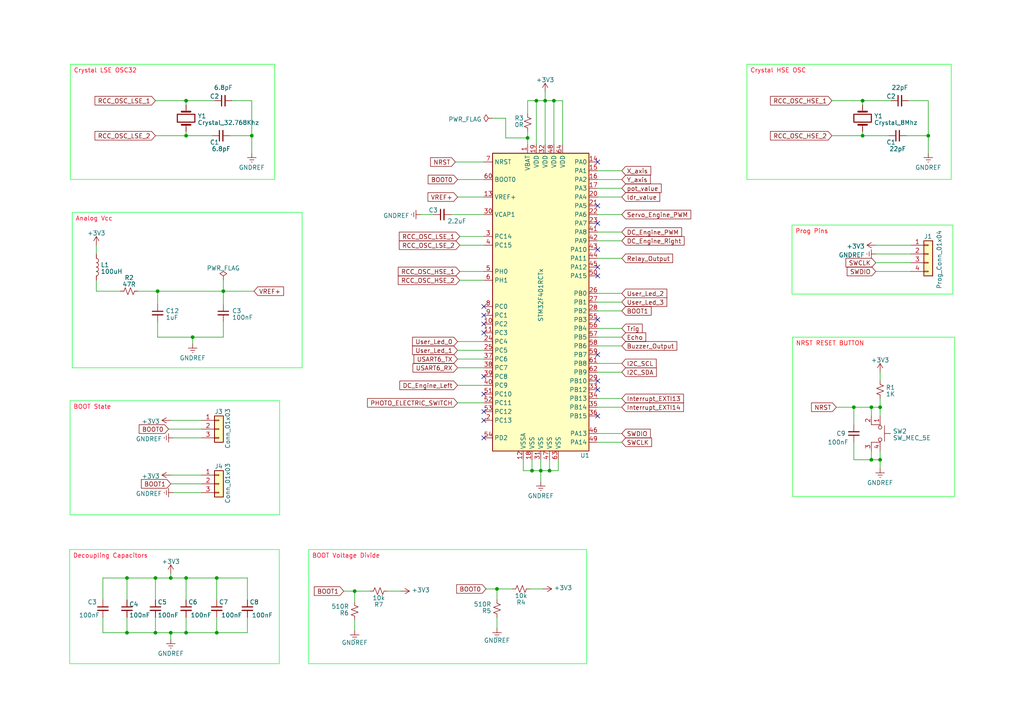
<source format=kicad_sch>
(kicad_sch (version 20230121) (generator eeschema)
  (paper "A4")
  (lib_symbols
    (symbol "Connector_Generic:Conn_01x03" (pin_names (offset 1.016) hide)
      (property "Reference" "J" (at 0 5.08 0))
      (property "Value" "Conn_01x03" (at 0 -5.08 0))
      (symbol "Conn_01x03_1_1"
        (rectangle (start -1.27 -2.413) (end 0 -2.667) (stroke (width 0.1524)))
        (rectangle (start -1.27 0.127) (end 0 -0.127) (stroke (width 0.1524)))
        (rectangle (start -1.27 2.667) (end 0 2.413) (stroke (width 0.1524)))
        (rectangle (start -1.27 3.81) (end 1.27 -3.81) (stroke (width 0.254)) (fill (type background)))
        (pin passive line (at -5.08 2.54 0) (length 3.81) (name "Pin_1") (number "1"))
        (pin passive line (at -5.08 0 0) (length 3.81) (name "Pin_2") (number "2"))
        (pin passive line (at -5.08 -2.54 0) (length 3.81) (name "Pin_3") (number "3"))
      )
    )
    (symbol "Connector_Generic:Conn_01x04" (pin_names (offset 1.016) hide)
      (property "Reference" "J" (at 0 5.08 0))
      (property "Value" "Conn_01x04" (at 0 -7.62 0))
      (symbol "Conn_01x04_1_1"
        (rectangle (start -1.27 -4.953) (end 0 -5.207) (stroke (width 0.1524)))
        (rectangle (start -1.27 -2.413) (end 0 -2.667) (stroke (width 0.1524)))
        (rectangle (start -1.27 0.127) (end 0 -0.127) (stroke (width 0.1524)))
        (rectangle (start -1.27 2.667) (end 0 2.413) (stroke (width 0.1524)))
        (rectangle (start -1.27 3.81) (end 1.27 -6.35) (stroke (width 0.254)) (fill (type background)))
        (pin passive line (at -5.08 2.54 0) (length 3.81) (name "Pin_1") (number "1"))
        (pin passive line (at -5.08 0 0) (length 3.81) (name "Pin_2") (number "2"))
        (pin passive line (at -5.08 -2.54 0) (length 3.81) (name "Pin_3") (number "3"))
        (pin passive line (at -5.08 -5.08 0) (length 3.81) (name "Pin_4") (number "4"))
      )
    )
    (symbol "Device:C_Small" (pin_numbers hide) (pin_names (offset 0.254) hide)
      (property "Reference" "C" (at 0.254 1.778 0))
      (property "Value" "C_Small" (at 0.254 -2.032 0))
      (symbol "C_Small_0_1"
        (polyline (pts (xy -1.524 -0.508) (xy 1.524 -0.508)) (stroke (width 0.3302)))
        (polyline (pts (xy -1.524 0.508) (xy 1.524 0.508)) (stroke (width 0.3048)))
      )
      (symbol "C_Small_1_1"
        (pin passive line (at 0 2.54 270) (length 2.032) (name "~") (number "1"))
        (pin passive line (at 0 -2.54 90) (length 2.032) (name "~") (number "2"))
      )
    )
    (symbol "Device:Crystal" (pin_numbers hide) (pin_names (offset 1.016) hide)
      (property "Reference" "Y" (at 0 3.81 0))
      (property "Value" "Crystal" (at 0 -3.81 0))
      (symbol "Crystal_0_1"
        (rectangle (start -1.143 2.54) (end 1.143 -2.54) (stroke (width 0.3048)))
        (polyline (pts (xy -2.54 0) (xy -1.905 0)))
        (polyline (pts (xy -1.905 -1.27) (xy -1.905 1.27)) (stroke (width 0.508)))
        (polyline (pts (xy 1.905 -1.27) (xy 1.905 1.27)) (stroke (width 0.508)))
        (polyline (pts (xy 2.54 0) (xy 1.905 0)))
      )
      (symbol "Crystal_1_1"
        (pin passive line (at -3.81 0 0) (length 1.27) (name "1") (number "1"))
        (pin passive line (at 3.81 0 180) (length 1.27) (name "2") (number "2"))
      )
    )
    (symbol "Device:L" (pin_numbers hide) (pin_names (offset 1.016) hide)
      (property "Reference" "L" (at -1.27 0 90))
      (property "Value" "L" (at 1.905 0 90))
      (symbol "L_0_1"
        (arc (start 0 -2.54) (mid 0.6323 -1.905) (end 0 -1.27))
        (arc (start 0 -1.27) (mid 0.6323 -0.635) (end 0 0))
        (arc (start 0 0) (mid 0.6323 0.635) (end 0 1.27))
        (arc (start 0 1.27) (mid 0.6323 1.905) (end 0 2.54))
      )
      (symbol "L_1_1"
        (pin passive line (at 0 3.81 270) (length 1.27) (name "1") (number "1"))
        (pin passive line (at 0 -3.81 90) (length 1.27) (name "2") (number "2"))
      )
    )
    (symbol "Device:R_Small_US" (pin_numbers hide) (pin_names (offset 0.254) hide)
      (property "Reference" "R" (at 0.762 0.508 0))
      (property "Value" "R_Small_US" (at 0.762 -1.016 0))
      (symbol "R_Small_US_1_1"
        (polyline (pts (xy 0 0) (xy 1.016 -0.381) (xy 0 -0.762) (xy -1.016 -1.143) (xy 0 -1.524)))
        (polyline (pts (xy 0 1.524) (xy 1.016 1.143) (xy 0 0.762) (xy -1.016 0.381) (xy 0 0)))
        (pin passive line (at 0 2.54 270) (length 1.016) (name "~") (number "1"))
        (pin passive line (at 0 -2.54 90) (length 1.016) (name "~") (number "2"))
      )
    )
    (symbol "MCU_ST_STM32F4:STM32F401RCTx"
      (property "Reference" "U1" (at 12.7 -44.45 0))
      (property "Value" "STM32F401RCTx" (at 13.97 -45.72 0))
      (symbol "STM32F401RCTx_0_1"
        (rectangle (start -12.7 -43.18) (end 15.24 43.18) (stroke (width 0.254)) (fill (type background)))
      )
      (symbol "STM32F401RCTx_1_1"
        (pin power_in line (at -2.54 45.72 270) (length 2.54) (name "VBAT") (number "1"))
        (pin bidirectional line (at -15.24 -6.35 0) (length 2.54) (name "PC2") (number "10"))
        (pin bidirectional line (at -15.24 -8.89 0) (length 2.54) (name "PC3") (number "11"))
        (pin power_in line (at -3.81 -45.72 90) (length 2.54) (name "VSSA") (number "12"))
        (pin input line (at -15.24 30.48 0) (length 2.54) (name "VREF+") (number "13"))
        (pin bidirectional line (at 17.78 40.64 180) (length 2.54) (name "PA0") (number "14"))
        (pin bidirectional line (at 17.78 38.1 180) (length 2.54) (name "PA1") (number "15"))
        (pin bidirectional line (at 17.78 35.56 180) (length 2.54) (name "PA2") (number "16"))
        (pin bidirectional line (at 17.78 33.02 180) (length 2.54) (name "PA3") (number "17"))
        (pin power_in line (at -1.27 -45.72 90) (length 2.54) (name "VSS") (number "18"))
        (pin power_in line (at 0 45.72 270) (length 2.54) (name "VDD") (number "19"))
        (pin bidirectional line (at -15.24 -34.29 0) (length 2.54) (name "PC13") (number "2"))
        (pin bidirectional line (at 17.78 30.48 180) (length 2.54) (name "PA4") (number "20"))
        (pin bidirectional line (at 17.78 27.94 180) (length 2.54) (name "PA5") (number "21"))
        (pin bidirectional line (at 17.78 25.4 180) (length 2.54) (name "PA6") (number "22"))
        (pin bidirectional line (at 17.78 22.86 180) (length 2.54) (name "PA7") (number "23"))
        (pin bidirectional line (at -15.24 -11.43 0) (length 2.54) (name "PC4") (number "24"))
        (pin bidirectional line (at -15.24 -13.97 0) (length 2.54) (name "PC5") (number "25"))
        (pin bidirectional line (at 17.78 2.54 180) (length 2.54) (name "PB0") (number "26"))
        (pin bidirectional line (at 17.78 0 180) (length 2.54) (name "PB1") (number "27"))
        (pin bidirectional line (at 17.78 -2.54 180) (length 2.54) (name "PB2") (number "28"))
        (pin bidirectional line (at 17.78 -22.86 180) (length 2.54) (name "PB10") (number "29"))
        (pin bidirectional line (at -15.24 19.05 0) (length 2.54) (name "PC14") (number "3"))
        (pin power_out line (at -15.24 25.4 0) (length 2.54) (name "VCAP1") (number "30"))
        (pin power_in line (at 1.27 -45.72 90) (length 2.54) (name "VSS") (number "31"))
        (pin power_in line (at 2.54 45.72 270) (length 2.54) (name "VDD") (number "32"))
        (pin bidirectional line (at 17.78 -25.4 180) (length 2.54) (name "PB12") (number "33"))
        (pin bidirectional line (at 17.78 -27.94 180) (length 2.54) (name "PB13") (number "34"))
        (pin bidirectional line (at 17.78 -30.48 180) (length 2.54) (name "PB14") (number "35"))
        (pin bidirectional line (at 17.78 -33.02 180) (length 2.54) (name "PB15") (number "36"))
        (pin bidirectional line (at -15.24 -16.51 0) (length 2.54) (name "PC6") (number "37"))
        (pin bidirectional line (at -15.24 -19.05 0) (length 2.54) (name "PC7") (number "38"))
        (pin bidirectional line (at -15.24 -21.59 0) (length 2.54) (name "PC8") (number "39"))
        (pin bidirectional line (at -15.24 16.51 0) (length 2.54) (name "PC15") (number "4"))
        (pin bidirectional line (at -15.24 -24.13 0) (length 2.54) (name "PC9") (number "40"))
        (pin bidirectional line (at 17.78 20.32 180) (length 2.54) (name "PA8") (number "41"))
        (pin bidirectional line (at 17.78 17.78 180) (length 2.54) (name "PA9") (number "42"))
        (pin bidirectional line (at 17.78 15.24 180) (length 2.54) (name "PA10") (number "43"))
        (pin bidirectional line (at 17.78 12.7 180) (length 2.54) (name "PA11") (number "44"))
        (pin bidirectional line (at 17.78 10.16 180) (length 2.54) (name "PA12") (number "45"))
        (pin bidirectional line (at 17.78 -38.1 180) (length 2.54) (name "PA13") (number "46"))
        (pin power_in line (at 3.81 -45.72 90) (length 2.54) (name "VSS") (number "47"))
        (pin power_in line (at 5.08 45.72 270) (length 2.54) (name "VDD") (number "48"))
        (pin bidirectional line (at 17.78 -40.64 180) (length 2.54) (name "PA14") (number "49"))
        (pin bidirectional line (at -15.24 8.89 0) (length 2.54) (name "PH0") (number "5"))
        (pin bidirectional line (at 17.78 7.62 180) (length 2.54) (name "PA15") (number "50"))
        (pin bidirectional line (at -15.24 -26.67 0) (length 2.54) (name "PC10") (number "51"))
        (pin bidirectional line (at -15.24 -29.21 0) (length 2.54) (name "PC11") (number "52"))
        (pin bidirectional line (at -15.24 -31.75 0) (length 2.54) (name "PC12") (number "53"))
        (pin bidirectional line (at -15.24 -39.37 0) (length 2.54) (name "PD2") (number "54"))
        (pin bidirectional line (at 17.78 -5.08 180) (length 2.54) (name "PB3") (number "55"))
        (pin bidirectional line (at 17.78 -7.62 180) (length 2.54) (name "PB4") (number "56"))
        (pin bidirectional line (at 17.78 -10.16 180) (length 2.54) (name "PB5") (number "57"))
        (pin bidirectional line (at 17.78 -12.7 180) (length 2.54) (name "PB6") (number "58"))
        (pin bidirectional line (at 17.78 -15.24 180) (length 2.54) (name "PB7") (number "59"))
        (pin bidirectional line (at -15.24 6.35 0) (length 2.54) (name "PH1") (number "6"))
        (pin input line (at -15.24 35.56 0) (length 2.54) (name "BOOT0") (number "60"))
        (pin bidirectional line (at 17.78 -17.78 180) (length 2.54) (name "PB8") (number "61"))
        (pin bidirectional line (at 17.78 -20.32 180) (length 2.54) (name "PB9") (number "62"))
        (pin power_in line (at 6.35 -45.72 90) (length 2.54) (name "VSS") (number "63"))
        (pin power_in line (at 7.62 45.72 270) (length 2.54) (name "VDD") (number "64"))
        (pin input line (at -15.24 40.64 0) (length 2.54) (name "NRST") (number "7"))
        (pin bidirectional line (at -15.24 -1.27 0) (length 2.54) (name "PC0") (number "8"))
        (pin bidirectional line (at -15.24 -3.81 0) (length 2.54) (name "PC1") (number "9"))
      )
    )
    (symbol "Switch:SW_MEC_5E" (pin_names (offset 1.016) hide)
      (property "Reference" "SW" (at 0.635 5.715 0))
      (property "Value" "SW_MEC_5E" (at 0 -3.175 0))
      (symbol "SW_MEC_5E_0_1"
        (circle (center -1.778 2.54) (radius 0.508))
        (polyline (pts (xy -2.286 3.81) (xy 2.286 3.81)))
        (polyline (pts (xy 0 3.81) (xy 0 5.588)))
        (polyline (pts (xy -2.54 0) (xy -2.54 2.54) (xy -2.286 2.54)))
        (polyline (pts (xy 2.54 0) (xy 2.54 2.54) (xy 2.286 2.54)))
        (circle (center 1.778 2.54) (radius 0.508))
        (pin passive line (at -5.08 2.54 0) (length 2.54) (name "1") (number "1"))
        (pin passive line (at -5.08 0 0) (length 2.54) (name "2") (number "2"))
        (pin passive line (at 5.08 0 180) (length 2.54) (name "K") (number "3"))
        (pin passive line (at 5.08 2.54 180) (length 2.54) (name "A") (number "4"))
      )
    )
    (symbol "power:+3V3" (power) (pin_names (offset 0))
      (property "Value" "+3V3" (at 0 3.556 0))
      (symbol "+3V3_0_1"
        (polyline (pts (xy -0.762 1.27) (xy 0 2.54)))
        (polyline (pts (xy 0 0) (xy 0 2.54)))
        (polyline (pts (xy 0 2.54) (xy 0.762 1.27)))
      )
      (symbol "+3V3_1_1"
        (pin power_in line (at 0 0 90) (length 0) hide (name "+3V3") (number "1"))
      )
    )
    (symbol "power:GNDREF" (power) (pin_names (offset 0))
      (property "Value" "GNDREF" (at 0 -3.81 0))
      (symbol "GNDREF_0_1"
        (polyline (pts (xy -0.635 -1.905) (xy 0.635 -1.905)))
        (polyline (pts (xy -0.127 -2.54) (xy 0.127 -2.54)))
        (polyline (pts (xy 0 -1.27) (xy 0 0)))
        (polyline (pts (xy 1.27 -1.27) (xy -1.27 -1.27)))
      )
      (symbol "GNDREF_1_1"
        (pin power_in line (at 0 0 270) (length 0) hide (name "GNDREF") (number "1"))
      )
    )
    (symbol "power:PWR_FLAG" (power) (pin_numbers hide) (pin_names (offset 0) hide)
      (property "Value" "PWR_FLAG" (at 0 3.81 0))
      (symbol "PWR_FLAG_0_0"
        (pin power_out line (at 0 0 90) (length 0) (name "pwr") (number "1"))
      )
      (symbol "PWR_FLAG_0_1"
        (polyline (pts (xy 0 0) (xy 0 1.27) (xy -1.016 1.905) (xy 0 2.54) (xy 1.016 1.905) (xy 0 1.27)))
      )
    )
  )
  (junction (at 159.385 136.525))
  (junction (at 55.88 97.79))
  (junction (at 144.145 170.815))
  (junction (at 160.655 29.21))
  (junction (at 269.24 39.37))
  (junction (at 156.845 136.525))
  (junction (at 153.035 40.005))
  (junction (at 102.87 171.45))
  (junction (at 158.115 29.21))
  (junction (at 53.975 29.21))
  (junction (at 155.575 29.21))
  (junction (at 36.83 167.64))
  (junction (at 250.19 29.21))
  (junction (at 36.83 183.515))
  (junction (at 250.19 39.37))
  (junction (at 64.77 84.455))
  (junction (at 252.73 133.35))
  (junction (at 252.73 118.11))
  (junction (at 45.085 167.64))
  (junction (at 53.975 183.515))
  (junction (at 53.975 39.37))
  (junction (at 49.53 167.64))
  (junction (at 45.72 84.455))
  (junction (at 49.53 183.515))
  (junction (at 73.025 39.37))
  (junction (at 154.305 136.525))
  (junction (at 53.975 167.64))
  (junction (at 255.27 118.11))
  (junction (at 62.865 183.515))
  (junction (at 247.65 118.11))
  (junction (at 62.865 167.64))
  (junction (at 45.085 183.515))
  (junction (at 255.27 133.35))
  (no_connect (at 173.355 46.99))
  (no_connect (at 173.355 64.77))
  (no_connect (at 173.355 120.65))
  (no_connect (at 173.355 102.87))
  (no_connect (at 173.355 77.47))
  (no_connect (at 173.355 72.39))
  (no_connect (at 140.335 88.9))
  (no_connect (at 173.355 110.49))
  (no_connect (at 140.335 121.92))
  (no_connect (at 140.335 119.38))
  (no_connect (at 140.335 114.3))
  (no_connect (at 140.335 93.98))
  (no_connect (at 140.335 109.22))
  (no_connect (at 173.355 80.01))
  (no_connect (at 140.335 96.52))
  (no_connect (at 140.335 127))
  (no_connect (at 140.335 91.44))
  (no_connect (at 173.355 113.03))
  (no_connect (at 173.355 59.69))
  (no_connect (at 173.355 92.71))
  (wire (pts (xy 255.27 110.49) (xy 255.27 107.95)))
  (wire (pts (xy 154.305 133.35) (xy 154.305 136.525)))
  (wire (pts (xy 247.65 133.35) (xy 252.73 133.35)))
  (wire (pts (xy 133.35 78.74) (xy 140.335 78.74)))
  (wire (pts (xy 49.53 121.92) (xy 58.42 121.92)))
  (wire (pts (xy 252.73 120.65) (xy 252.73 118.11)))
  (wire (pts (xy 45.72 93.345) (xy 45.72 97.79)))
  (wire (pts (xy 250.19 39.37) (xy 257.81 39.37)))
  (wire (pts (xy 142.875 34.29) (xy 146.685 34.29)))
  (wire (pts (xy 252.73 130.81) (xy 252.73 133.35)))
  (wire (pts (xy 53.975 30.48) (xy 53.975 29.21)))
  (wire (pts (xy 153.035 40.005) (xy 153.035 41.91)))
  (wire (pts (xy 180.34 62.23) (xy 173.355 62.23)))
  (wire (pts (xy 252.73 118.11) (xy 247.65 118.11)))
  (wire (pts (xy 133.35 71.12) (xy 140.335 71.12)))
  (wire (pts (xy 146.685 34.29) (xy 146.685 40.005)))
  (wire (pts (xy 180.34 54.61) (xy 173.355 54.61)))
  (wire (pts (xy 62.865 183.515) (xy 62.865 179.07)))
  (wire (pts (xy 156.845 139.7) (xy 156.845 136.525)))
  (wire (pts (xy 180.34 90.17) (xy 173.355 90.17)))
  (wire (pts (xy 262.89 39.37) (xy 269.24 39.37)))
  (wire (pts (xy 180.34 85.09) (xy 173.355 85.09)))
  (wire (pts (xy 250.19 30.48) (xy 250.19 29.21)))
  (wire (pts (xy 29.845 183.515) (xy 36.83 183.515)))
  (wire (pts (xy 40.005 84.455) (xy 45.72 84.455)))
  (wire (pts (xy 49.53 167.64) (xy 53.975 167.64)))
  (wire (pts (xy 155.575 29.21) (xy 155.575 41.91)))
  (wire (pts (xy 62.865 167.64) (xy 71.755 167.64)))
  (wire (pts (xy 151.765 136.525) (xy 154.305 136.525)))
  (wire (pts (xy 53.975 29.21) (xy 62.23 29.21)))
  (wire (pts (xy 45.085 183.515) (xy 49.53 183.515)))
  (wire (pts (xy 255.27 133.35) (xy 255.27 130.81)))
  (wire (pts (xy 49.53 185.42) (xy 49.53 183.515)))
  (wire (pts (xy 153.035 29.21) (xy 155.575 29.21)))
  (wire (pts (xy 55.88 97.79) (xy 64.77 97.79)))
  (wire (pts (xy 160.655 29.21) (xy 163.195 29.21)))
  (wire (pts (xy 252.73 118.11) (xy 255.27 118.11)))
  (wire (pts (xy 158.115 29.21) (xy 158.115 41.91)))
  (wire (pts (xy 29.845 167.64) (xy 36.83 167.64)))
  (wire (pts (xy 180.34 115.57) (xy 173.355 115.57)))
  (wire (pts (xy 45.085 179.07) (xy 45.085 183.515)))
  (wire (pts (xy 36.83 173.99) (xy 36.83 167.64)))
  (wire (pts (xy 29.845 179.07) (xy 29.845 183.515)))
  (wire (pts (xy 132.715 116.84) (xy 140.335 116.84)))
  (wire (pts (xy 36.83 179.07) (xy 36.83 183.515)))
  (wire (pts (xy 116.205 171.45) (xy 112.395 171.45)))
  (wire (pts (xy 250.19 38.1) (xy 250.19 39.37)))
  (wire (pts (xy 49.53 183.515) (xy 53.975 183.515)))
  (wire (pts (xy 53.975 29.21) (xy 45.085 29.21)))
  (wire (pts (xy 255.27 115.57) (xy 255.27 118.11)))
  (wire (pts (xy 45.72 97.79) (xy 55.88 97.79)))
  (wire (pts (xy 250.19 29.21) (xy 241.3 29.21)))
  (wire (pts (xy 180.34 57.15) (xy 173.355 57.15)))
  (wire (pts (xy 173.355 100.33) (xy 180.34 100.33)))
  (wire (pts (xy 50.165 127) (xy 58.42 127)))
  (wire (pts (xy 269.24 29.21) (xy 269.24 39.37)))
  (wire (pts (xy 250.19 29.21) (xy 258.445 29.21)))
  (wire (pts (xy 132.715 104.14) (xy 140.335 104.14)))
  (wire (pts (xy 48.895 124.46) (xy 58.42 124.46)))
  (wire (pts (xy 173.355 107.95) (xy 180.34 107.95)))
  (wire (pts (xy 102.87 171.45) (xy 99.695 171.45)))
  (wire (pts (xy 144.145 173.99) (xy 144.145 170.815)))
  (wire (pts (xy 34.925 84.455) (xy 27.94 84.455)))
  (wire (pts (xy 250.19 39.37) (xy 241.3 39.37)))
  (wire (pts (xy 254 76.2) (xy 264.16 76.2)))
  (wire (pts (xy 53.975 183.515) (xy 62.865 183.515)))
  (wire (pts (xy 263.525 29.21) (xy 269.24 29.21)))
  (wire (pts (xy 255.27 118.11) (xy 255.27 120.65)))
  (wire (pts (xy 66.675 39.37) (xy 73.025 39.37)))
  (wire (pts (xy 180.34 67.31) (xy 173.355 67.31)))
  (wire (pts (xy 146.685 40.005) (xy 153.035 40.005)))
  (wire (pts (xy 144.145 170.815) (xy 140.97 170.815)))
  (wire (pts (xy 180.34 125.73) (xy 173.355 125.73)))
  (wire (pts (xy 49.53 140.335) (xy 58.42 140.335)))
  (wire (pts (xy 158.115 26.67) (xy 158.115 29.21)))
  (wire (pts (xy 133.35 81.28) (xy 140.335 81.28)))
  (wire (pts (xy 107.315 171.45) (xy 102.87 171.45)))
  (wire (pts (xy 254 78.74) (xy 264.16 78.74)))
  (wire (pts (xy 71.755 183.515) (xy 62.865 183.515)))
  (wire (pts (xy 71.755 183.515) (xy 71.755 179.07)))
  (wire (pts (xy 155.575 29.21) (xy 158.115 29.21)))
  (wire (pts (xy 73.025 29.21) (xy 73.025 39.37)))
  (wire (pts (xy 160.655 29.21) (xy 160.655 41.91)))
  (wire (pts (xy 27.94 71.12) (xy 27.94 73.66)))
  (wire (pts (xy 252.73 133.35) (xy 255.27 133.35)))
  (wire (pts (xy 130.81 62.23) (xy 140.335 62.23)))
  (wire (pts (xy 148.59 170.815) (xy 144.145 170.815)))
  (wire (pts (xy 254 73.66) (xy 264.16 73.66)))
  (wire (pts (xy 64.77 93.345) (xy 64.77 97.79)))
  (wire (pts (xy 29.845 173.99) (xy 29.845 167.64)))
  (wire (pts (xy 156.845 136.525) (xy 159.385 136.525)))
  (wire (pts (xy 156.845 133.35) (xy 156.845 136.525)))
  (wire (pts (xy 157.48 170.815) (xy 153.67 170.815)))
  (wire (pts (xy 180.34 49.53) (xy 173.355 49.53)))
  (wire (pts (xy 132.715 57.15) (xy 140.335 57.15)))
  (wire (pts (xy 173.355 97.79) (xy 180.34 97.79)))
  (wire (pts (xy 159.385 133.35) (xy 159.385 136.525)))
  (wire (pts (xy 53.975 173.99) (xy 53.975 167.64)))
  (wire (pts (xy 269.24 39.37) (xy 269.24 44.45)))
  (wire (pts (xy 45.72 84.455) (xy 45.72 88.265)))
  (wire (pts (xy 71.755 167.64) (xy 71.755 173.99)))
  (wire (pts (xy 64.77 84.455) (xy 73.66 84.455)))
  (wire (pts (xy 163.195 29.21) (xy 163.195 41.91)))
  (wire (pts (xy 158.115 29.21) (xy 160.655 29.21)))
  (wire (pts (xy 53.975 38.1) (xy 53.975 39.37)))
  (wire (pts (xy 242.57 118.11) (xy 247.65 118.11)))
  (wire (pts (xy 64.77 81.28) (xy 64.77 84.455)))
  (wire (pts (xy 144.145 182.245) (xy 144.145 179.07)))
  (wire (pts (xy 102.87 182.88) (xy 102.87 179.705)))
  (wire (pts (xy 180.34 118.11) (xy 173.355 118.11)))
  (wire (pts (xy 180.34 87.63) (xy 173.355 87.63)))
  (wire (pts (xy 121.92 62.23) (xy 125.73 62.23)))
  (wire (pts (xy 49.53 137.795) (xy 58.42 137.795)))
  (wire (pts (xy 247.65 128.27) (xy 247.65 133.35)))
  (wire (pts (xy 180.34 52.07) (xy 173.355 52.07)))
  (wire (pts (xy 53.975 183.515) (xy 53.975 179.07)))
  (wire (pts (xy 151.765 133.35) (xy 151.765 136.525)))
  (wire (pts (xy 173.355 105.41) (xy 180.34 105.41)))
  (wire (pts (xy 247.65 118.11) (xy 247.65 123.19)))
  (wire (pts (xy 132.715 111.76) (xy 140.335 111.76)))
  (wire (pts (xy 153.035 29.21) (xy 153.035 33.02)))
  (wire (pts (xy 161.925 133.35) (xy 161.925 136.525)))
  (wire (pts (xy 67.31 29.21) (xy 73.025 29.21)))
  (wire (pts (xy 27.94 84.455) (xy 27.94 81.28)))
  (wire (pts (xy 53.975 39.37) (xy 61.595 39.37)))
  (wire (pts (xy 53.975 167.64) (xy 62.865 167.64)))
  (wire (pts (xy 132.715 99.06) (xy 140.335 99.06)))
  (wire (pts (xy 132.08 46.99) (xy 140.335 46.99)))
  (wire (pts (xy 180.34 128.27) (xy 173.355 128.27)))
  (wire (pts (xy 62.865 167.64) (xy 62.865 173.99)))
  (wire (pts (xy 161.925 136.525) (xy 159.385 136.525)))
  (wire (pts (xy 102.87 174.625) (xy 102.87 171.45)))
  (wire (pts (xy 45.085 173.99) (xy 45.085 167.64)))
  (wire (pts (xy 132.715 52.07) (xy 140.335 52.07)))
  (wire (pts (xy 45.72 84.455) (xy 64.77 84.455)))
  (wire (pts (xy 173.355 95.25) (xy 180.34 95.25)))
  (wire (pts (xy 132.715 101.6) (xy 140.335 101.6)))
  (wire (pts (xy 132.715 106.68) (xy 140.335 106.68)))
  (wire (pts (xy 53.975 39.37) (xy 45.085 39.37)))
  (wire (pts (xy 153.035 38.1) (xy 153.035 40.005)))
  (wire (pts (xy 36.83 167.64) (xy 45.085 167.64)))
  (wire (pts (xy 50.165 142.875) (xy 58.42 142.875)))
  (wire (pts (xy 255.27 133.35) (xy 255.27 135.89)))
  (wire (pts (xy 64.77 84.455) (xy 64.77 88.265)))
  (wire (pts (xy 36.83 183.515) (xy 45.085 183.515)))
  (wire (pts (xy 180.34 74.93) (xy 173.355 74.93)))
  (wire (pts (xy 180.34 69.85) (xy 173.355 69.85)))
  (wire (pts (xy 45.085 167.64) (xy 49.53 167.64)))
  (wire (pts (xy 133.35 68.58) (xy 140.335 68.58)))
  (wire (pts (xy 49.53 167.64) (xy 49.53 166.37)))
  (wire (pts (xy 154.305 136.525) (xy 156.845 136.525)))
  (wire (pts (xy 73.025 39.37) (xy 73.025 44.45)))
  (wire (pts (xy 254 71.12) (xy 264.16 71.12)))
  (wire (pts (xy 55.88 97.79) (xy 55.88 99.695)))
  (text_box "NRST RESET BUTTON " (at 229.87 97.79 0) (size 46.99 46.228) (stroke (width 0) (color 0 255 24 1)) (effects (font (size 1.27 1.27)) (justify left top)))
  (text_box "Crystal HSE OSC" (at 216.6366 18.6436 0) (size 59.2582 33.401) (stroke (width 0) (color 0 255 24 1)) (effects (font (size 1.27 1.27)) (justify left top)))
  (text_box "BOOT State\n" (at 20.32 116.205 0) (size 60.7822 33.1216) (stroke (width 0) (color 0 255 52 1)) (effects (font (size 1.27 1.27)) (justify left top)))
  (text_box "Prog Pins" (at 229.7176 65.278 0) (size 46.6598 20.0152) (stroke (width 0) (color 0 255 24 1)) (effects (font (size 1.27 1.27)) (justify left top)))
  (text_box "Crystal LSE OSC32\n" (at 20.4216 18.6436 0) (size 59.2582 33.401) (stroke (width 0) (color 0 255 24 1)) (effects (font (size 1.27 1.27)) (justify left top)))
  (text_box "Analog Vcc" (at 20.955 61.595 0) (size 66.675 45.085) (stroke (width 0) (color 0 255 52 1)) (effects (font (size 1.27 1.27)) (justify left top)))
  (text_box "BOOT Voltage Divide\n" (at 89.535 159.385 0) (size 80.645 33.1216) (stroke (width 0) (color 0 255 52 1)) (effects (font (size 1.27 1.27)) (justify left top)))
  (text_box "Decoupling Capacitors" (at 20.2184 159.385 0) (size 60.7822 33.1216) (stroke (width 0) (color 0 255 52 1)) (effects (font (size 1.27 1.27)) (justify left top)))
  (global_label "NRST" (shape input) (at 132.08 46.99 180) (property "Intersheetrefs" "${INTERSHEET_REFS}" (effects hide)))
  (global_label "User_Led_3" (shape input) (at 180.34 87.63 0) (property "Intersheetrefs" "${INTERSHEET_REFS}" (effects hide)))
  (global_label "RCC_OSC_HSE_2" (shape input) (at 133.35 81.28 180) (property "Intersheetrefs" "${INTERSHEET_REFS}" (effects hide)))
  (global_label "I2C_SDA" (shape input) (at 180.34 107.95 0) (property "Intersheetrefs" "${INTERSHEET_REFS}" (effects hide)))
  (global_label "User_Led_0" (shape input) (at 132.715 99.06 180) (property "Intersheetrefs" "${INTERSHEET_REFS}" (effects hide)))
  (global_label "I2C_SCL" (shape input) (at 180.34 105.41 0) (property "Intersheetrefs" "${INTERSHEET_REFS}" (effects hide)))
  (global_label "ldr_value" (shape input) (at 180.34 57.15 0) (property "Intersheetrefs" "${INTERSHEET_REFS}" (effects hide)))
  (global_label "Relay_Output" (shape input) (at 180.34 74.93 0) (property "Intersheetrefs" "${INTERSHEET_REFS}" (effects hide)))
  (global_label "USART6_TX" (shape input) (at 132.715 104.14 180) (property "Intersheetrefs" "${INTERSHEET_REFS}" (effects hide)))
  (global_label "User_Led_1" (shape input) (at 132.715 101.6 180) (property "Intersheetrefs" "${INTERSHEET_REFS}" (effects hide)))
  (global_label "Echo" (shape input) (at 180.34 97.79 0) (property "Intersheetrefs" "${INTERSHEET_REFS}" (effects hide)))
  (global_label "BOOT1" (shape input) (at 180.34 90.17 0) (property "Intersheetrefs" "${INTERSHEET_REFS}" (effects hide)))
  (global_label "BOOT1" (shape input) (at 99.695 171.45 180) (property "Intersheetrefs" "${INTERSHEET_REFS}" (effects hide)))
  (global_label "Interrupt_EXTI13" (shape input) (at 180.34 115.57 0) (property "Intersheetrefs" "${INTERSHEET_REFS}" (effects hide)))
  (global_label "Y_axis" (shape input) (at 180.34 52.07 0) (property "Intersheetrefs" "${INTERSHEET_REFS}" (effects hide)))
  (global_label "DC_Engine_Left" (shape input) (at 132.715 111.76 180) (property "Intersheetrefs" "${INTERSHEET_REFS}" (effects hide)))
  (global_label "SWDIO" (shape input) (at 180.34 125.73 0) (property "Intersheetrefs" "${INTERSHEET_REFS}" (effects hide)))
  (global_label "DC_Engine_PWM" (shape input) (at 180.34 67.31 0) (property "Intersheetrefs" "${INTERSHEET_REFS}" (effects hide)))
  (global_label "RCC_OSC_LSE_2" (shape input) (at 133.35 71.12 180) (property "Intersheetrefs" "${INTERSHEET_REFS}" (effects hide)))
  (global_label "Buzzer_Output" (shape input) (at 180.34 100.33 0) (property "Intersheetrefs" "${INTERSHEET_REFS}" (effects hide)))
  (global_label "SWCLK" (shape input) (at 180.34 128.27 0) (property "Intersheetrefs" "${INTERSHEET_REFS}" (effects hide)))
  (global_label "RCC_OSC_LSE_1" (shape input) (at 45.085 29.21 180) (property "Intersheetrefs" "${INTERSHEET_REFS}" (effects hide)))
  (global_label "X_axis" (shape input) (at 180.34 49.53 0) (property "Intersheetrefs" "${INTERSHEET_REFS}" (effects hide)))
  (global_label "PHOTO_ELECTRIC_SWITCH" (shape input) (at 132.715 116.84 180) (property "Intersheetrefs" "${INTERSHEET_REFS}" (effects hide)))
  (global_label "Servo_Engine_PWM" (shape input) (at 180.34 62.23 0) (property "Intersheetrefs" "${INTERSHEET_REFS}" (effects hide)))
  (global_label "pot_value" (shape input) (at 180.34 54.61 0) (property "Intersheetrefs" "${INTERSHEET_REFS}" (effects hide)))
  (global_label "BOOT1" (shape input) (at 49.53 140.335 180) (property "Intersheetrefs" "${INTERSHEET_REFS}" (effects hide)))
  (global_label "SWCLK" (shape input) (at 254 76.2 180) (property "Intersheetrefs" "${INTERSHEET_REFS}" (effects hide)))
  (global_label "VREF+" (shape input) (at 73.66 84.455 0) (property "Intersheetrefs" "${INTERSHEET_REFS}" (effects hide)))
  (global_label "BOOT0" (shape input) (at 132.715 52.07 180) (property "Intersheetrefs" "${INTERSHEET_REFS}" (effects hide)))
  (global_label "RCC_OSC_HSE_1" (shape input) (at 241.3 29.21 180) (property "Intersheetrefs" "${INTERSHEET_REFS}" (effects hide)))
  (global_label "USART6_RX" (shape input) (at 132.715 106.68 180) (property "Intersheetrefs" "${INTERSHEET_REFS}" (effects hide)))
  (global_label "RCC_OSC_HSE_1" (shape input) (at 133.35 78.74 180) (property "Intersheetrefs" "${INTERSHEET_REFS}" (effects hide)))
  (global_label "Interrupt_EXTI14" (shape input) (at 180.34 118.11 0) (property "Intersheetrefs" "${INTERSHEET_REFS}" (effects hide)))
  (global_label "Trig" (shape input) (at 180.34 95.25 0) (property "Intersheetrefs" "${INTERSHEET_REFS}" (effects hide)))
  (global_label "SWDIO" (shape input) (at 254 78.74 180) (property "Intersheetrefs" "${INTERSHEET_REFS}" (effects hide)))
  (global_label "RCC_OSC_LSE_1" (shape input) (at 133.35 68.58 180) (property "Intersheetrefs" "${INTERSHEET_REFS}" (effects hide)))
  (global_label "DC_Engine_Right" (shape input) (at 180.34 69.85 0) (property "Intersheetrefs" "${INTERSHEET_REFS}" (effects hide)))
  (global_label "NRST" (shape input) (at 242.57 118.11 180) (property "Intersheetrefs" "${INTERSHEET_REFS}" (effects hide)))
  (global_label "VREF+" (shape input) (at 132.715 57.15 180) (property "Intersheetrefs" "${INTERSHEET_REFS}" (effects hide)))
  (global_label "User_Led_2" (shape input) (at 180.34 85.09 0) (property "Intersheetrefs" "${INTERSHEET_REFS}" (effects hide)))
  (global_label "RCC_OSC_HSE_2" (shape input) (at 241.3 39.37 180) (property "Intersheetrefs" "${INTERSHEET_REFS}" (effects hide)))
  (global_label "RCC_OSC_LSE_2" (shape input) (at 45.085 39.37 180) (property "Intersheetrefs" "${INTERSHEET_REFS}" (effects hide)))
  (global_label "BOOT0" (shape input) (at 48.895 124.46 180) (property "Intersheetrefs" "${INTERSHEET_REFS}" (effects hide)))
  (global_label "BOOT0" (shape input) (at 140.97 170.815 180) (property "Intersheetrefs" "${INTERSHEET_REFS}" (effects hide)))
  (symbol (lib_id "Device:C_Small") (at 71.755 176.53 0) (unit 1)
    (property "Reference" "C8" (at 72.39 174.625 0) (effects (justify left)))
    (property "Value" "100nF" (at 73.025 178.435 0) (effects (justify left)))
    (property "Footprint" "Capacitor_SMD:C_0805_2012Metric" (effects hide))
  )
  (symbol (lib_id "power:+3V3") (at 255.27 107.95 0) (unit 1)
    (property "Reference" "#PWR08" (effects hide))
    (property "Value" "+3V3" (at 255.27 104.4481 0))
  )
  (symbol (lib_id "power:+3V3") (at 157.48 170.815 270) (unit 1)
    (property "Reference" "#PWR07" (effects hide))
    (property "Value" "+3V3" (at 160.655 170.4982 90) (effects (justify left)))
    (instances (project "Sistem_Tasarim" (path "" (reference "#PWR07") (unit 1)) (path "" (reference "#PWR020") (unit 1))))
  )
  (symbol (lib_id "Device:Crystal") (at 53.975 34.29 270) (unit 1)
    (property "Reference" "Y1" (at 57.3024 33.6463 90) (effects (justify left)))
    (property "Value" "Crystal_32.768Khz" (at 57.3024 35.5673 90) (effects (justify left)))
    (property "Footprint" "Crystal:Crystal_AT310_D3.0mm_L10.0mm_Vertical" (effects hide))
    (instances (project "Sistem_Tasarim" (path "" (reference "Y1") (unit 1)) (path "" (reference "Y2") (unit 1))))
  )
  (symbol (lib_id "power:+3V3") (at 158.115 26.67 0) (unit 1)
    (property "Reference" "#PWR03" (effects hide))
    (property "Value" "+3V3" (at 158.115 23.1681 0))
  )
  (symbol (lib_id "power:PWR_FLAG") (at 64.77 81.28 0) (unit 1)
    (property "Reference" "#FLG06" (effects hide))
    (property "Value" "PWR_FLAG" (at 64.77 77.7781 0))
  )
  (symbol (lib_id "power:GNDREF") (at 49.53 185.42 0) (unit 1)
    (property "Reference" "#PWR06" (effects hide))
    (property "Value" "GNDREF" (at 49.53 189.5555 0))
    (instances (project "Sistem_Tasarim" (path "" (reference "#PWR06") (unit 1)) (path "" (reference "#PWR07") (unit 1))))
  )
  (symbol (lib_id "Device:R_Small_US") (at 37.465 84.455 90) (unit 1)
    (property "Reference" "R2" (at 37.465 80.5561 90))
    (property "Value" "47R" (at 37.465 82.4771 90))
    (property "Footprint" "Resistor_SMD:R_0805_2012Metric" (effects hide))
  )
  (symbol (lib_id "Connector_Generic:Conn_01x03") (at 63.5 124.46 0) (unit 1)
    (property "Reference" "J3" (at 62.23 119.38 0) (effects (justify left)))
    (property "Value" "Conn_01x03" (at 66.04 130.175 90) (effects (justify left)))
    (property "Footprint" "Connector_PinHeader_2.54mm:PinHeader_1x03_P2.54mm_Vertical" (effects hide))
  )
  (symbol (lib_id "power:PWR_FLAG") (at 142.875 34.29 90) (unit 1)
    (property "Reference" "#FLG03" (effects hide))
    (property "Value" "PWR_FLAG" (at 139.7001 34.6068 90) (effects (justify left)))
  )
  (symbol (lib_id "Device:Crystal") (at 250.19 34.29 270) (unit 1)
    (property "Reference" "Y1" (at 253.5174 33.6463 90) (effects (justify left)))
    (property "Value" "Crystal_8Mhz" (at 253.5174 35.5673 90) (effects (justify left)))
    (property "Footprint" "Crystal:Crystal_HC49-4H_Vertical" (effects hide))
  )
  (symbol (lib_id "Device:R_Small_US") (at 109.855 171.45 270) (unit 1)
    (property "Reference" "R7" (at 109.855 175.3489 90))
    (property "Value" "10k" (at 109.855 173.4279 90))
    (property "Footprint" "Resistor_SMD:R_0805_2012Metric" (effects hide))
  )
  (symbol (lib_id "power:+3V3") (at 49.53 121.92 90) (unit 1)
    (property "Reference" "#PWR07" (effects hide))
    (property "Value" "+3V3" (at 46.355 122.2368 90) (effects (justify left)))
    (instances (project "Sistem_Tasarim" (path "" (reference "#PWR07") (unit 1)) (path "" (reference "#PWR016") (unit 1))))
  )
  (symbol (lib_id "power:GNDREF") (at 73.025 44.45 0) (unit 1)
    (property "Reference" "#PWR01" (effects hide))
    (property "Value" "GNDREF" (at 73.025 48.5855 0))
    (instances (project "Sistem_Tasarim" (path "" (reference "#PWR01") (unit 1)) (path "" (reference "#PWR014") (unit 1))))
  )
  (symbol (lib_id "Device:C_Small") (at 29.845 176.53 0) (unit 1)
    (property "Reference" "C3" (at 25.4 174.625 0) (effects (justify left)))
    (property "Value" "100nF" (at 22.86 178.435 0) (effects (justify left)))
    (property "Footprint" "Capacitor_SMD:C_0603_1608Metric" (effects hide))
  )
  (symbol (lib_id "power:GNDREF") (at 50.165 142.875 270) (unit 1)
    (property "Reference" "#PWR06" (effects hide))
    (property "Value" "GNDREF" (at 46.9901 143.1918 90) (effects (justify right)))
    (instances (project "Sistem_Tasarim" (path "" (reference "#PWR06") (unit 1)) (path "" (reference "#PWR019") (unit 1))))
  )
  (symbol (lib_id "power:GNDREF") (at 55.88 99.695 0) (unit 1)
    (property "Reference" "#PWR06" (effects hide))
    (property "Value" "GNDREF" (at 55.88 103.8305 0))
    (instances (project "Sistem_Tasarim" (path "" (reference "#PWR06") (unit 1)) (path "" (reference "#PWR013") (unit 1))))
  )
  (symbol (lib_id "power:+3V3") (at 254 71.12 90) (unit 1)
    (property "Reference" "#PWR04" (effects hide))
    (property "Value" "+3V3" (at 250.825 71.4368 90) (effects (justify left)))
  )
  (symbol (lib_id "power:GNDREF") (at 50.165 127 270) (unit 1)
    (property "Reference" "#PWR06" (effects hide))
    (property "Value" "GNDREF" (at 46.9901 127.3168 90) (effects (justify right)))
    (instances (project "Sistem_Tasarim" (path "" (reference "#PWR06") (unit 1)) (path "" (reference "#PWR017") (unit 1))))
  )
  (symbol (lib_id "Device:R_Small_US") (at 151.13 170.815 270) (unit 1)
    (property "Reference" "R4" (at 151.13 174.7139 90))
    (property "Value" "10k" (at 151.13 172.7929 90))
    (property "Footprint" "Resistor_SMD:R_0805_2012Metric" (effects hide))
  )
  (symbol (lib_id "Device:C_Small") (at 45.72 90.805 0) (unit 1)
    (property "Reference" "C12" (at 48.0441 90.1676 0) (effects (justify left)))
    (property "Value" "1uF" (at 48.0441 92.0886 0) (effects (justify left)))
    (property "Footprint" "Capacitor_Tantalum_SMD:CP_EIA-3216-18_Kemet-A" (effects hide))
  )
  (symbol (lib_id "Device:C_Small") (at 247.65 125.73 180) (unit 1)
    (property "Reference" "C9" (at 242.57 125.73 0) (effects (justify right)))
    (property "Value" "100nF" (at 240.03 128.27 0) (effects (justify right)))
    (property "Footprint" "Capacitor_SMD:C_0805_2012Metric" (effects hide))
    (instances (project "Sistem_Tasarim" (path "" (reference "C9") (unit 1)) (path "" (reference "C1") (unit 1))))
  )
  (symbol (lib_id "power:+3V3") (at 27.94 71.12 0) (unit 1)
    (property "Reference" "#PWR07" (effects hide))
    (property "Value" "+3V3" (at 27.94 67.6181 0))
    (instances (project "Sistem_Tasarim" (path "" (reference "#PWR07") (unit 1)) (path "" (reference "#PWR012") (unit 1))))
  )
  (symbol (lib_id "Connector_Generic:Conn_01x04") (at 269.24 73.66 0) (unit 1)
    (property "Reference" "J1" (at 267.97 68.58 0) (effects (justify left)))
    (property "Value" "Prog_Conn_01x04" (at 272.415 83.82 90) (effects (justify left)))
    (property "Footprint" "Connector_PinHeader_2.54mm:PinHeader_1x04_P2.54mm_Vertical" (effects hide))
  )
  (symbol (lib_id "power:GNDREF") (at 144.145 182.245 0) (unit 1)
    (property "Reference" "#PWR06" (effects hide))
    (property "Value" "GNDREF" (at 144.145 185.7469 0))
    (instances (project "Sistem_Tasarim" (path "" (reference "#PWR06") (unit 1)) (path "" (reference "#PWR021") (unit 1))))
  )
  (symbol (lib_id "Device:R_Small_US") (at 255.27 113.03 0) (unit 1)
    (property "Reference" "R1" (at 256.921 112.3863 0) (effects (justify left)))
    (property "Value" "1K" (at 256.921 114.3073 0) (effects (justify left)))
    (property "Footprint" "Resistor_SMD:R_1206_3216Metric" (effects hide))
  )
  (symbol (lib_id "Switch:SW_MEC_5E") (at 252.73 125.73 270) (unit 1)
    (property "Reference" "SW2" (at 258.953 125.0863 90) (effects (justify left)))
    (property "Value" "SW_MEC_5E" (at 258.953 127.0073 90) (effects (justify left)))
    (property "Footprint" "User_Footprint:SW_PUSH_6mm_H4.3mm" (effects hide))
    (property "Datasheet" "http://www.apem.com/int/index.php?controller=attachment&id_attachment=1371" (effects hide))
    (instances (project "Sistem_Tasarim" (path "" (reference "SW2") (unit 1)) (path "" (reference "SW1") (unit 1))))
  )
  (symbol (lib_id "Device:C_Small") (at 64.135 39.37 90) (unit 1)
    (property "Reference" "C1" (at 62.23 41.275 90))
    (property "Value" "6.8pF" (at 64.135 43.18 90))
    (property "Footprint" "Capacitor_SMD:C_0805_2012Metric" (effects hide))
    (instances (project "Sistem_Tasarim" (path "" (reference "C1") (unit 1)) (path "" (reference "C10") (unit 1))))
  )
  (symbol (lib_id "power:GNDREF") (at 121.92 62.23 270) (unit 1)
    (property "Reference" "#PWR06" (effects hide))
    (property "Value" "GNDREF" (at 118.7451 62.5468 90) (effects (justify right)))
    (instances (project "Sistem_Tasarim" (path "" (reference "#PWR06") (unit 1)) (path "" (reference "#PWR015") (unit 1))))
  )
  (symbol (lib_id "Device:L") (at 27.94 77.47 0) (unit 1)
    (property "Reference" "L1" (at 29.2072 76.8263 0) (effects (justify left)))
    (property "Value" "100uH" (at 29.2072 78.7473 0) (effects (justify left)))
    (property "Footprint" "Inductor_THT:L_Axial_L5.3mm_D2.2mm_P7.62mm_Horizontal_Vishay_IM-1" (effects hide))
  )
  (symbol (lib_id "power:GNDREF") (at 102.87 182.88 0) (unit 1)
    (property "Reference" "#PWR06" (effects hide))
    (property "Value" "GNDREF" (at 102.87 186.3819 0))
    (instances (project "Sistem_Tasarim" (path "" (reference "#PWR06") (unit 1)) (path "" (reference "#PWR022") (unit 1))))
  )
  (symbol (lib_id "Device:C_Small") (at 62.865 176.53 0) (unit 1)
    (property "Reference" "C7" (at 63.5 174.625 0) (effects (justify left)))
    (property "Value" "100nF" (at 64.135 178.435 0) (effects (justify left)))
    (property "Footprint" "Capacitor_SMD:C_0805_2012Metric" (effects hide))
  )
  (symbol (lib_id "power:+3V3") (at 116.205 171.45 270) (unit 1)
    (property "Reference" "#PWR07" (effects hide))
    (property "Value" "+3V3" (at 119.38 171.1332 90) (effects (justify left)))
    (instances (project "Sistem_Tasarim" (path "" (reference "#PWR07") (unit 1)) (path "" (reference "#PWR023") (unit 1))))
  )
  (symbol (lib_id "Device:C_Small") (at 64.77 29.21 90) (unit 1)
    (property "Reference" "C2" (at 62.23 27.94 90))
    (property "Value" "6.8pF" (at 64.77 25.4 90))
    (property "Footprint" "Capacitor_SMD:C_0805_2012Metric" (effects hide))
    (instances (project "Sistem_Tasarim" (path "" (reference "C2") (unit 1)) (path "" (reference "C11") (unit 1))))
  )
  (symbol (lib_id "Device:C_Small") (at 36.83 176.53 0) (unit 1)
    (property "Reference" "C4" (at 37.465 175.26 0) (effects (justify left)))
    (property "Value" "100nF" (at 37.465 178.435 0) (effects (justify left)))
    (property "Footprint" "Capacitor_SMD:C_0603_1608Metric" (effects hide))
  )
  (symbol (lib_id "power:+3V3") (at 49.53 166.37 0) (unit 1)
    (property "Reference" "#PWR07" (effects hide))
    (property "Value" "+3V3" (at 49.53 162.8681 0))
    (instances (project "Sistem_Tasarim" (path "" (reference "#PWR07") (unit 1)) (path "" (reference "#PWR06") (unit 1))))
  )
  (symbol (lib_id "power:GNDREF") (at 254 73.66 270) (unit 1)
    (property "Reference" "#PWR05" (effects hide))
    (property "Value" "GNDREF" (at 250.8251 73.9768 90) (effects (justify right)))
    (instances (project "Sistem_Tasarim" (path "" (reference "#PWR05") (unit 1)) (path "" (reference "#PWR01") (unit 1))))
  )
  (symbol (lib_id "Device:C_Small") (at 128.27 62.23 90) (unit 1)
    (property "Reference" "C3" (at 127 60.96 90) (effects (justify left)))
    (property "Value" "2.2uF" (at 135.255 64.135 90) (effects (justify left)))
    (property "Footprint" "Capacitor_SMD:C_0603_1608Metric" (effects hide))
    (instances (project "Sistem_Tasarim" (path "" (reference "C3") (unit 1)) (path "" (reference "C13") (unit 1))))
  )
  (symbol (lib_id "Device:R_Small_US") (at 102.87 177.165 0) (unit 1)
    (property "Reference" "R6" (at 101.219 177.8087 0) (effects (justify right)))
    (property "Value" "510R" (at 101.219 175.8877 0) (effects (justify right)))
    (property "Footprint" "Resistor_SMD:R_0805_2012Metric" (effects hide))
  )
  (symbol (lib_id "power:GNDREF") (at 156.845 139.7 0) (unit 1)
    (property "Reference" "#PWR02" (effects hide))
    (property "Value" "GNDREF" (at 156.845 143.8355 0))
  )
  (symbol (lib_id "power:GNDREF") (at 255.27 135.89 0) (unit 1)
    (property "Reference" "#PWR09" (effects hide))
    (property "Value" "GNDREF" (at 255.27 140.0255 0))
    (instances (project "Sistem_Tasarim" (path "" (reference "#PWR09") (unit 1)) (path "" (reference "#PWR05") (unit 1))))
  )
  (symbol (lib_id "Device:C_Small") (at 64.77 90.805 0) (unit 1)
    (property "Reference" "C3" (at 67.31 90.17 0) (effects (justify left)))
    (property "Value" "100nF" (at 67.31 92.075 0) (effects (justify left)))
    (property "Footprint" "Capacitor_SMD:C_0603_1608Metric" (effects hide))
    (instances (project "Sistem_Tasarim" (path "" (reference "C3") (unit 1)) (path "" (reference "C14") (unit 1))))
  )
  (symbol (lib_id "Device:C_Small") (at 53.975 176.53 0) (unit 1)
    (property "Reference" "C6" (at 54.61 174.625 0) (effects (justify left)))
    (property "Value" "100nF" (at 55.245 178.435 0) (effects (justify left)))
    (property "Footprint" "Capacitor_SMD:C_0805_2012Metric" (effects hide))
  )
  (symbol (lib_id "power:+3V3") (at 49.53 137.795 90) (unit 1)
    (property "Reference" "#PWR07" (effects hide))
    (property "Value" "+3V3" (at 46.355 138.1118 90) (effects (justify left)))
    (instances (project "Sistem_Tasarim" (path "" (reference "#PWR07") (unit 1)) (path "" (reference "#PWR018") (unit 1))))
  )
  (symbol (lib_id "Connector_Generic:Conn_01x03") (at 63.5 140.335 0) (unit 1)
    (property "Reference" "J4" (at 62.23 135.255 0) (effects (justify left)))
    (property "Value" "Conn_01x03" (at 66.04 146.05 90) (effects (justify left)))
    (property "Footprint" "Connector_PinHeader_2.54mm:PinHeader_1x03_P2.54mm_Vertical" (effects hide))
  )
  (symbol (lib_id "Device:C_Small") (at 45.085 176.53 0) (unit 1)
    (property "Reference" "C5" (at 45.72 174.625 0) (effects (justify left)))
    (property "Value" "100nF" (at 45.72 178.435 0) (effects (justify left)))
    (property "Footprint" "Capacitor_SMD:C_0805_2012Metric" (effects hide))
  )
  (symbol (lib_id "Device:R_Small_US") (at 153.035 35.56 0) (unit 1)
    (property "Reference" "R3" (at 149.225 34.29 0) (effects (justify left)))
    (property "Value" "0R" (at 149.225 36.195 0) (effects (justify left)))
    (property "Footprint" "Resistor_SMD:R_0805_2012Metric" (effects hide))
  )
  (symbol (lib_id "Device:C_Small") (at 260.35 39.37 90) (unit 1)
    (property "Reference" "C1" (at 258.445 41.275 90))
    (property "Value" "22pF" (at 260.35 43.18 90))
    (property "Footprint" "Capacitor_SMD:C_0805_2012Metric" (effects hide))
    (instances (project "Sistem_Tasarim" (path "" (reference "C1") (unit 1)) (path "" (reference "C2") (unit 1))))
  )
  (symbol (lib_id "power:GNDREF") (at 269.24 44.45 0) (unit 1)
    (property "Reference" "#PWR01" (effects hide))
    (property "Value" "GNDREF" (at 269.24 48.5855 0))
    (instances (project "Sistem_Tasarim" (path "" (reference "#PWR01") (unit 1)) (path "" (reference "#PWR09") (unit 1))))
  )
  (symbol (lib_id "MCU_ST_STM32F4:STM32F401RCTx") (at 155.575 87.63 0) (unit 1)
    (property "Reference" "U1" (at 168.275 132.08 0) (effects (justify left)))
    (property "Value" "STM32F401RCTx" (at 156.845 93.345 90) (effects (justify left)))
    (property "Footprint" "Package_QFP:LQFP-64_10x10mm_P0.5mm" (effects hide))
    (property "Datasheet" "https://www.st.com/resource/en/datasheet/stm32f401rc.pdf" (effects hide))
  )
  (symbol (lib_id "Device:R_Small_US") (at 144.145 176.53 0) (unit 1)
    (property "Reference" "R5" (at 142.494 177.1737 0) (effects (justify right)))
    (property "Value" "510R" (at 142.494 175.2527 0) (effects (justify right)))
    (property "Footprint" "Resistor_SMD:R_0805_2012Metric" (effects hide))
  )
  (symbol (lib_id "Device:C_Small") (at 260.985 29.21 90) (unit 1)
    (property "Reference" "C2" (at 258.445 27.94 90))
    (property "Value" "22pF" (at 260.985 25.4 90))
    (property "Footprint" "Capacitor_SMD:C_0805_2012Metric" (effects hide))
    (instances (project "Sistem_Tasarim" (path "" (reference "C2") (unit 1)) (path "" (reference "C9") (unit 1))))
  )
)
</source>
